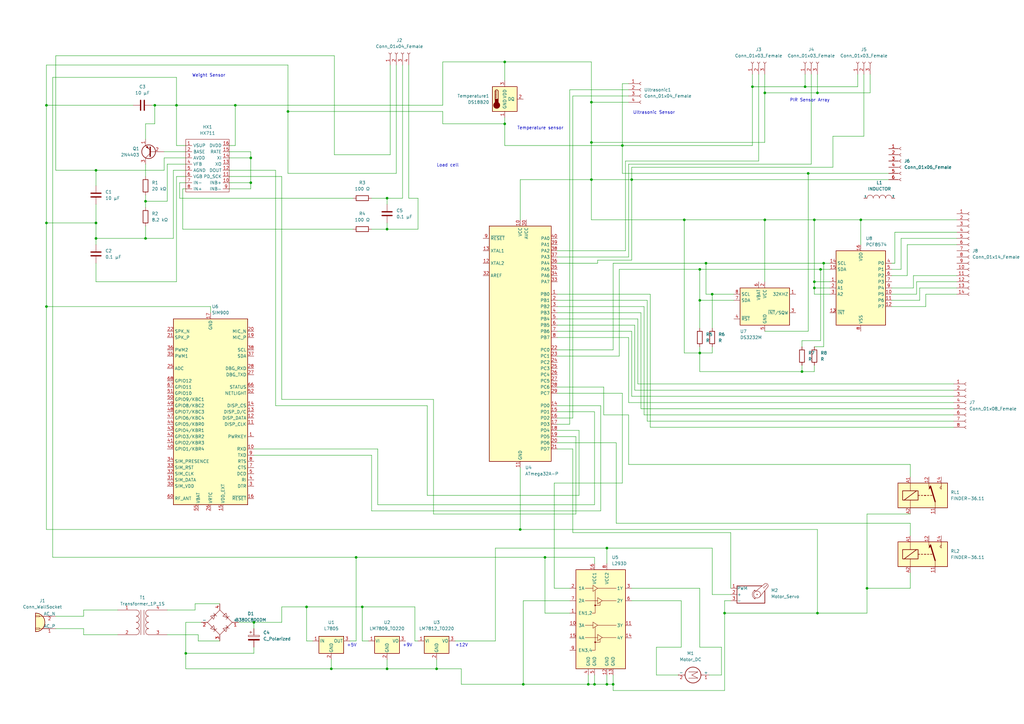
<source format=kicad_sch>
(kicad_sch (version 20211123) (generator eeschema)
  (paper "A3")
  (junction (at 59.69 82.55))
  (junction (at 248.92 224.79))
  (junction (at 102.87 64.77))
  (junction (at 308.61 35.56))
  (junction (at 287.02 110.49))
  (junction (at 248.92 280.67))
  (junction (at 313.69 38.1))
  (junction (at 19.05 125.73))
  (junction (at 96.52 43.18))
  (junction (at 146.05 228.6))
  (junction (at 118.11 45.72))
  (junction (at 223.52 228.6))
  (junction (at 334.01 118.11))
  (junction (at 287.02 123.19))
  (junction (at 39.37 69.85))
  (junction (at 336.55 110.49))
  (junction (at 135.89 274.32))
  (junction (at 125.73 248.92))
  (junction (at 242.57 58.42))
  (junction (at 241.3 280.67))
  (junction (at 158.75 274.32))
  (junction (at 292.1 120.65))
  (junction (at 104.14 255.27))
  (junction (at 334.01 90.17))
  (junction (at 242.57 73.66))
  (junction (at 289.56 107.95))
  (junction (at 259.08 73.66))
  (junction (at 355.6 241.3))
  (junction (at 287.02 144.78))
  (junction (at 330.2 35.56))
  (junction (at 255.27 59.69))
  (junction (at 337.82 107.95))
  (junction (at 19.05 43.18))
  (junction (at 179.07 274.32))
  (junction (at 76.2 267.97))
  (junction (at 328.93 152.4))
  (junction (at 313.69 90.17))
  (junction (at 72.39 43.18))
  (junction (at 102.87 74.93))
  (junction (at 214.63 280.67))
  (junction (at 251.46 280.67))
  (junction (at 335.28 38.1))
  (junction (at 213.36 217.17))
  (junction (at 280.67 90.17))
  (junction (at 158.75 81.28))
  (junction (at 242.57 41.91))
  (junction (at 59.69 97.79))
  (junction (at 19.05 91.44))
  (junction (at 297.18 251.46))
  (junction (at 207.01 25.4))
  (junction (at 39.37 91.44))
  (junction (at 39.37 97.79))
  (junction (at 207.01 50.8))
  (junction (at 158.75 93.98))
  (junction (at 148.59 248.92))
  (junction (at 243.84 280.67))
  (junction (at 63.5 43.18))
  (junction (at 335.28 251.46))
  (junction (at 331.47 71.12))
  (junction (at 334.01 115.57))
  (junction (at 353.06 90.17))
  (wire (pts (xy 62.23 43.18) (xy 63.5 43.18)))
  (wire (pts (xy 34.29 252.73) (xy 22.86 252.73)))
  (wire (pts (xy 96.52 59.69) (xy 96.52 43.18)))
  (wire (pts (xy 234.95 218.44) (xy 234.95 184.15)))
  (wire (pts (xy 104.14 265.43) (xy 104.14 267.97)))
  (wire (pts (xy 175.26 203.2) (xy 237.49 203.2)))
  (wire (pts (xy 313.69 38.1) (xy 313.69 58.42)))
  (wire (pts (xy 331.47 71.12) (xy 364.49 71.12)))
  (wire (pts (xy 236.22 210.82) (xy 177.8 210.82)))
  (wire (pts (xy 335.28 38.1) (xy 335.28 30.48)))
  (wire (pts (xy 246.38 209.55) (xy 246.38 166.37)))
  (wire (pts (xy 237.49 176.53) (xy 228.6 176.53)))
  (wire (pts (xy 181.61 50.8) (xy 207.01 50.8)))
  (wire (pts (xy 259.08 68.58) (xy 259.08 73.66)))
  (wire (pts (xy 248.92 280.67) (xy 251.46 280.67)))
  (wire (pts (xy 334.01 142.24) (xy 337.82 142.24)))
  (wire (pts (xy 261.62 157.48) (xy 261.62 130.81)))
  (wire (pts (xy 373.38 195.58) (xy 373.38 190.5)))
  (wire (pts (xy 19.05 91.44) (xy 39.37 91.44)))
  (wire (pts (xy 102.87 74.93) (xy 102.87 77.47)))
  (wire (pts (xy 158.75 81.28) (xy 158.75 83.82)))
  (wire (pts (xy 181.61 45.72) (xy 181.61 50.8)))
  (wire (pts (xy 146.05 228.6) (xy 223.52 228.6)))
  (wire (pts (xy 207.01 48.26) (xy 207.01 50.8)))
  (wire (pts (xy 269.24 265.43) (xy 279.4 265.43)))
  (wire (pts (xy 189.23 274.32) (xy 179.07 274.32)))
  (wire (pts (xy 279.4 265.43) (xy 279.4 246.38)))
  (wire (pts (xy 115.57 72.39) (xy 115.57 163.83)))
  (wire (pts (xy 104.14 186.69) (xy 152.4 186.69)))
  (wire (pts (xy 375.92 115.57) (xy 392.43 115.57)))
  (wire (pts (xy 207.01 25.4) (xy 207.01 33.02)))
  (wire (pts (xy 179.07 270.51) (xy 179.07 274.32)))
  (wire (pts (xy 257.81 170.18) (xy 247.65 170.18)))
  (wire (pts (xy 19.05 26.67) (xy 19.05 43.18)))
  (wire (pts (xy 245.11 106.68) (xy 245.11 107.95)))
  (wire (pts (xy 228.6 161.29) (xy 255.27 161.29)))
  (wire (pts (xy 125.73 248.92) (xy 148.59 248.92)))
  (wire (pts (xy 228.6 102.87) (xy 256.54 102.87)))
  (wire (pts (xy 299.72 218.44) (xy 234.95 218.44)))
  (wire (pts (xy 334.01 118.11) (xy 340.36 118.11)))
  (wire (pts (xy 313.69 38.1) (xy 335.28 38.1)))
  (wire (pts (xy 146.05 228.6) (xy 21.59 228.6)))
  (wire (pts (xy 392.43 97.79) (xy 369.57 97.79)))
  (wire (pts (xy 80.01 250.19) (xy 80.01 247.65)))
  (wire (pts (xy 148.59 262.89) (xy 148.59 248.92)))
  (wire (pts (xy 93.98 59.69) (xy 96.52 59.69)))
  (wire (pts (xy 59.69 82.55) (xy 59.69 85.09)))
  (wire (pts (xy 143.51 262.89) (xy 146.05 262.89)))
  (wire (pts (xy 328.93 152.4) (xy 328.93 149.86)))
  (wire (pts (xy 73.66 81.28) (xy 73.66 74.93)))
  (wire (pts (xy 335.28 38.1) (xy 356.87 38.1)))
  (wire (pts (xy 207.01 50.8) (xy 207.01 59.69)))
  (wire (pts (xy 374.65 118.11) (xy 374.65 113.03)))
  (wire (pts (xy 340.36 115.57) (xy 334.01 115.57)))
  (wire (pts (xy 375.92 120.65) (xy 375.92 115.57)))
  (wire (pts (xy 39.37 69.85) (xy 39.37 76.2)))
  (wire (pts (xy 175.26 166.37) (xy 175.26 203.2)))
  (wire (pts (xy 170.18 248.92) (xy 170.18 262.89)))
  (wire (pts (xy 245.11 107.95) (xy 228.6 107.95)))
  (wire (pts (xy 233.68 173.99) (xy 228.6 173.99)))
  (wire (pts (xy 254 146.05) (xy 254 110.49)))
  (wire (pts (xy 72.39 43.18) (xy 96.52 43.18)))
  (wire (pts (xy 367.03 107.95) (xy 367.03 95.25)))
  (wire (pts (xy 236.22 179.07) (xy 236.22 210.82)))
  (wire (pts (xy 72.39 59.69) (xy 72.39 43.18)))
  (wire (pts (xy 207.01 25.4) (xy 181.61 25.4)))
  (wire (pts (xy 287.02 241.3) (xy 287.02 265.43)))
  (wire (pts (xy 19.05 125.73) (xy 86.36 125.73)))
  (wire (pts (xy 260.35 133.35) (xy 260.35 160.02)))
  (wire (pts (xy 353.06 90.17) (xy 334.01 90.17)))
  (wire (pts (xy 203.2 224.79) (xy 203.2 262.89)))
  (wire (pts (xy 227.33 241.3) (xy 227.33 198.12)))
  (wire (pts (xy 287.02 144.78) (xy 280.67 144.78)))
  (wire (pts (xy 255.27 71.12) (xy 255.27 59.69)))
  (wire (pts (xy 373.38 190.5) (xy 257.81 190.5)))
  (wire (pts (xy 162.56 71.12) (xy 118.11 71.12)))
  (wire (pts (xy 334.01 90.17) (xy 313.69 90.17)))
  (wire (pts (xy 19.05 43.18) (xy 54.61 43.18)))
  (wire (pts (xy 299.72 246.38) (xy 297.18 246.38)))
  (wire (pts (xy 331.47 71.12) (xy 255.27 71.12)))
  (wire (pts (xy 297.18 246.38) (xy 297.18 251.46)))
  (wire (pts (xy 68.58 82.55) (xy 59.69 82.55)))
  (wire (pts (xy 76.2 67.31) (xy 68.58 67.31)))
  (wire (pts (xy 162.56 26.67) (xy 162.56 71.12)))
  (wire (pts (xy 228.6 120.65) (xy 266.7 120.65)))
  (wire (pts (xy 242.57 41.91) (xy 257.81 41.91)))
  (wire (pts (xy 137.16 63.5) (xy 160.02 63.5)))
  (wire (pts (xy 22.86 69.85) (xy 39.37 69.85)))
  (wire (pts (xy 337.82 142.24) (xy 337.82 107.95)))
  (wire (pts (xy 328.93 139.7) (xy 336.55 139.7)))
  (wire (pts (xy 248.92 276.86) (xy 248.92 280.67)))
  (wire (pts (xy 154.94 207.01) (xy 243.84 207.01)))
  (wire (pts (xy 365.76 125.73) (xy 379.73 125.73)))
  (wire (pts (xy 351.79 30.48) (xy 351.79 35.56)))
  (wire (pts (xy 259.08 73.66) (xy 242.57 73.66)))
  (wire (pts (xy 369.57 110.49) (xy 365.76 110.49)))
  (wire (pts (xy 68.58 67.31) (xy 68.58 82.55)))
  (wire (pts (xy 269.24 276.86) (xy 269.24 265.43)))
  (wire (pts (xy 392.43 90.17) (xy 353.06 90.17)))
  (wire (pts (xy 39.37 91.44) (xy 39.37 97.79)))
  (wire (pts (xy 234.95 39.37) (xy 257.81 39.37)))
  (wire (pts (xy 257.81 165.1) (xy 391.16 165.1)))
  (wire (pts (xy 255.27 34.29) (xy 257.81 34.29)))
  (wire (pts (xy 189.23 280.67) (xy 189.23 274.32)))
  (wire (pts (xy 354.33 55.88) (xy 341.63 55.88)))
  (wire (pts (xy 177.8 163.83) (xy 115.57 163.83)))
  (wire (pts (xy 93.98 74.93) (xy 102.87 74.93)))
  (wire (pts (xy 137.16 22.86) (xy 137.16 63.5)))
  (wire (pts (xy 243.84 280.67) (xy 248.92 280.67)))
  (wire (pts (xy 74.93 93.98) (xy 144.78 93.98)))
  (wire (pts (xy 259.08 135.89) (xy 228.6 135.89)))
  (wire (pts (xy 373.38 214.63) (xy 373.38 219.71)))
  (wire (pts (xy 379.73 120.65) (xy 392.43 120.65)))
  (wire (pts (xy 248.92 231.14) (xy 248.92 224.79)))
  (wire (pts (xy 81.28 260.35) (xy 81.28 262.89)))
  (wire (pts (xy 63.5 43.18) (xy 72.39 43.18)))
  (wire (pts (xy 391.16 162.56) (xy 259.08 162.56)))
  (wire (pts (xy 260.35 160.02) (xy 391.16 160.02)))
  (wire (pts (xy 228.6 133.35) (xy 260.35 133.35)))
  (wire (pts (xy 377.19 118.11) (xy 392.43 118.11)))
  (wire (pts (xy 300.99 123.19) (xy 287.02 123.19)))
  (wire (pts (xy 228.6 105.41) (xy 257.81 105.41)))
  (wire (pts (xy 118.11 26.67) (xy 19.05 26.67)))
  (wire (pts (xy 118.11 45.72) (xy 118.11 26.67)))
  (wire (pts (xy 76.2 69.85) (xy 71.12 69.85)))
  (wire (pts (xy 257.81 105.41) (xy 257.81 67.31)))
  (wire (pts (xy 261.62 130.81) (xy 228.6 130.81)))
  (wire (pts (xy 289.56 120.65) (xy 292.1 120.65)))
  (wire (pts (xy 151.13 262.89) (xy 148.59 262.89)))
  (wire (pts (xy 118.11 45.72) (xy 181.61 45.72)))
  (wire (pts (xy 328.93 142.24) (xy 328.93 139.7)))
  (wire (pts (xy 289.56 107.95) (xy 251.46 107.95)))
  (wire (pts (xy 374.65 113.03) (xy 392.43 113.03)))
  (wire (pts (xy 233.68 251.46) (xy 223.52 251.46)))
  (wire (pts (xy 289.56 120.65) (xy 289.56 107.95)))
  (wire (pts (xy 93.98 72.39) (xy 115.57 72.39)))
  (wire (pts (xy 243.84 276.86) (xy 243.84 280.67)))
  (wire (pts (xy 128.27 262.89) (xy 125.73 262.89)))
  (wire (pts (xy 266.7 175.26) (xy 391.16 175.26)))
  (wire (pts (xy 243.84 207.01) (xy 243.84 168.91)))
  (wire (pts (xy 334.01 152.4) (xy 328.93 152.4)))
  (wire (pts (xy 167.64 81.28) (xy 171.45 81.28)))
  (wire (pts (xy 377.19 123.19) (xy 365.76 123.19)))
  (wire (pts (xy 369.57 97.79) (xy 369.57 110.49)))
  (wire (pts (xy 353.06 90.17) (xy 353.06 100.33)))
  (wire (pts (xy 170.18 262.89) (xy 171.45 262.89)))
  (wire (pts (xy 259.08 73.66) (xy 364.49 73.66)))
  (wire (pts (xy 158.75 274.32) (xy 135.89 274.32)))
  (wire (pts (xy 93.98 64.77) (xy 102.87 64.77)))
  (wire (pts (xy 214.63 246.38) (xy 214.63 280.67)))
  (wire (pts (xy 113.03 69.85) (xy 113.03 166.37)))
  (wire (pts (xy 71.12 97.79) (xy 59.69 97.79)))
  (wire (pts (xy 341.63 55.88) (xy 341.63 68.58)))
  (wire (pts (xy 335.28 251.46) (xy 297.18 251.46)))
  (wire (pts (xy 179.07 274.32) (xy 158.75 274.32)))
  (wire (pts (xy 213.36 73.66) (xy 242.57 73.66)))
  (wire (pts (xy 152.4 209.55) (xy 246.38 209.55)))
  (wire (pts (xy 257.81 190.5) (xy 257.81 170.18)))
  (wire (pts (xy 104.14 255.27) (xy 115.57 255.27)))
  (wire (pts (xy 146.05 262.89) (xy 146.05 228.6)))
  (wire (pts (xy 228.6 146.05) (xy 254 146.05)))
  (wire (pts (xy 148.59 248.92) (xy 170.18 248.92)))
  (wire (pts (xy 135.89 270.51) (xy 135.89 274.32)))
  (wire (pts (xy 264.16 125.73) (xy 264.16 170.18)))
  (wire (pts (xy 59.69 92.71) (xy 59.69 97.79)))
  (wire (pts (xy 259.08 241.3) (xy 287.02 241.3)))
  (wire (pts (xy 259.08 246.38) (xy 279.4 246.38)))
  (wire (pts (xy 335.28 251.46) (xy 335.28 217.17)))
  (wire (pts (xy 257.81 67.31) (xy 332.74 67.31)))
  (wire (pts (xy 251.46 276.86) (xy 251.46 280.67)))
  (wire (pts (xy 39.37 115.57) (xy 72.39 115.57)))
  (wire (pts (xy 355.6 241.3) (xy 355.6 251.46)))
  (wire (pts (xy 63.5 50.8) (xy 63.5 43.18)))
  (wire (pts (xy 365.76 107.95) (xy 367.03 107.95)))
  (wire (pts (xy 214.63 280.67) (xy 189.23 280.67)))
  (wire (pts (xy 227.33 198.12) (xy 255.27 198.12)))
  (wire (pts (xy 308.61 35.56) (xy 308.61 30.48)))
  (wire (pts (xy 39.37 83.82) (xy 39.37 91.44)))
  (wire (pts (xy 313.69 58.42) (xy 242.57 58.42)))
  (wire (pts (xy 171.45 81.28) (xy 171.45 93.98)))
  (wire (pts (xy 265.43 172.72) (xy 265.43 123.19)))
  (wire (pts (xy 373.38 210.82) (xy 355.6 210.82)))
  (wire (pts (xy 68.58 260.35) (xy 81.28 260.35)))
  (wire (pts (xy 19.05 43.18) (xy 19.05 91.44)))
  (wire (pts (xy 334.01 115.57) (xy 334.01 118.11)))
  (wire (pts (xy 223.52 228.6) (xy 243.84 228.6)))
  (wire (pts (xy 373.38 241.3) (xy 373.38 234.95)))
  (wire (pts (xy 292.1 142.24) (xy 292.1 144.78)))
  (wire (pts (xy 167.64 26.67) (xy 167.64 81.28)))
  (wire (pts (xy 365.76 120.65) (xy 375.92 120.65)))
  (wire (pts (xy 269.24 276.86) (xy 278.13 276.86)))
  (wire (pts (xy 104.14 184.15) (xy 154.94 184.15)))
  (wire (pts (xy 115.57 248.92) (xy 125.73 248.92)))
  (wire (pts (xy 228.6 179.07) (xy 236.22 179.07)))
  (wire (pts (xy 252.73 181.61) (xy 228.6 181.61)))
  (wire (pts (xy 213.36 90.17) (xy 213.36 73.66)))
  (wire (pts (xy 72.39 31.75) (xy 72.39 43.18)))
  (wire (pts (xy 336.55 110.49) (xy 340.36 110.49)))
  (wire (pts (xy 76.2 267.97) (xy 76.2 274.32)))
  (wire (pts (xy 334.01 120.65) (xy 340.36 120.65)))
  (wire (pts (xy 97.79 255.27) (xy 104.14 255.27)))
  (wire (pts (xy 228.6 171.45) (xy 234.95 171.45)))
  (wire (pts (xy 158.75 91.44) (xy 158.75 93.98)))
  (wire (pts (xy 228.6 138.43) (xy 257.81 138.43)))
  (wire (pts (xy 266.7 120.65) (xy 266.7 175.26)))
  (wire (pts (xy 76.2 267.97) (xy 104.14 267.97)))
  (wire (pts (xy 292.1 134.62) (xy 292.1 120.65)))
  (wire (pts (xy 365.76 113.03) (xy 372.11 113.03)))
  (wire (pts (xy 264.16 170.18) (xy 391.16 170.18)))
  (wire (pts (xy 102.87 62.23) (xy 102.87 64.77)))
  (wire (pts (xy 241.3 280.67) (xy 214.63 280.67)))
  (wire (pts (xy 81.28 262.89) (xy 90.17 262.89)))
  (wire (pts (xy 59.69 80.01) (xy 59.69 82.55)))
  (wire (pts (xy 152.4 81.28) (xy 158.75 81.28)))
  (wire (pts (xy 233.68 246.38) (xy 214.63 246.38)))
  (wire (pts (xy 313.69 30.48) (xy 313.69 38.1)))
  (wire (pts (xy 287.02 265.43) (xy 295.91 265.43)))
  (wire (pts (xy 334.01 149.86) (xy 334.01 152.4)))
  (wire (pts (xy 265.43 123.19) (xy 228.6 123.19)))
  (wire (pts (xy 335.28 217.17) (xy 213.36 217.17)))
  (wire (pts (xy 287.02 152.4) (xy 328.93 152.4)))
  (wire (pts (xy 22.86 257.81) (xy 34.29 257.81)))
  (wire (pts (xy 39.37 97.79) (xy 59.69 97.79)))
  (wire (pts (xy 254 110.49) (xy 287.02 110.49)))
  (wire (pts (xy 73.66 74.93) (xy 76.2 74.93)))
  (wire (pts (xy 372.11 113.03) (xy 372.11 100.33)))
  (wire (pts (xy 242.57 73.66) (xy 242.57 90.17)))
  (wire (pts (xy 118.11 71.12) (xy 118.11 45.72)))
  (wire (pts (xy 295.91 265.43) (xy 295.91 276.86)))
  (wire (pts (xy 299.72 243.84) (xy 292.1 243.84)))
  (wire (pts (xy 334.01 118.11) (xy 334.01 120.65)))
  (wire (pts (xy 21.59 31.75) (xy 72.39 31.75)))
  (wire (pts (xy 59.69 67.31) (xy 59.69 72.39)))
  (wire (pts (xy 181.61 25.4) (xy 181.61 43.18)))
  (wire (pts (xy 355.6 241.3) (xy 373.38 241.3)))
  (wire (pts (xy 76.2 267.97) (xy 76.2 255.27)))
  (wire (pts (xy 158.75 93.98) (xy 171.45 93.98)))
  (wire (pts (xy 391.16 167.64) (xy 262.89 167.64)))
  (wire (pts (xy 113.03 166.37) (xy 175.26 166.37)))
  (wire (pts (xy 330.2 35.56) (xy 330.2 30.48)))
  (wire (pts (xy 351.79 35.56) (xy 330.2 35.56)))
  (wire (pts (xy 160.02 63.5) (xy 160.02 26.67)))
  (wire (pts (xy 207.01 25.4) (xy 242.57 25.4)))
  (wire (pts (xy 330.2 35.56) (xy 308.61 35.56)))
  (wire (pts (xy 76.2 255.27) (xy 82.55 255.27)))
  (wire (pts (xy 252.73 214.63) (xy 373.38 214.63)))
  (wire (pts (xy 34.29 250.19) (xy 34.29 252.73)))
  (wire (pts (xy 39.37 97.79) (xy 39.37 100.33)))
  (wire (pts (xy 34.29 260.35) (xy 48.26 260.35)))
  (wire (pts (xy 331.47 135.89) (xy 331.47 71.12)))
  (wire (pts (xy 152.4 93.98) (xy 158.75 93.98)))
  (wire (pts (xy 137.16 22.86) (xy 22.86 22.86)))
  (wire (pts (xy 67.31 64.77) (xy 67.31 69.85)))
  (wire (pts (xy 21.59 228.6) (xy 21.59 31.75)))
  (wire (pts (xy 257.81 138.43) (xy 257.81 165.1)))
  (wire (pts (xy 259.08 73.66) (xy 259.08 106.68)))
  (wire (pts (xy 158.75 81.28) (xy 165.1 81.28)))
  (wire (pts (xy 72.39 72.39) (xy 76.2 72.39)))
  (wire (pts (xy 287.02 123.19) (xy 287.02 134.62)))
  (wire (pts (xy 292.1 120.65) (xy 300.99 120.65)))
  (wire (pts (xy 259.08 68.58) (xy 341.63 68.58)))
  (wire (pts (xy 39.37 107.95) (xy 39.37 115.57)))
  (wire (pts (xy 262.89 128.27) (xy 228.6 128.27)))
  (wire (pts (xy 355.6 251.46) (xy 335.28 251.46)))
  (wire (pts (xy 256.54 66.04) (xy 256.54 102.87)))
  (wire (pts (xy 259.08 106.68) (xy 245.11 106.68)))
  (wire (pts (xy 181.61 43.18) (xy 96.52 43.18)))
  (wire (pts (xy 377.19 118.11) (xy 377.19 123.19)))
  (wire (pts (xy 265.43 172.72) (xy 391.16 172.72)))
  (wire (pts (xy 72.39 115.57) (xy 72.39 72.39)))
  (wire (pts (xy 213.36 191.77) (xy 213.36 217.17)))
  (wire (pts (xy 19.05 125.73) (xy 19.05 217.17)))
  (wire (pts (xy 152.4 186.69) (xy 152.4 209.55)))
  (wire (pts (xy 102.87 64.77) (xy 102.87 74.93)))
  (wire (pts (xy 233.68 241.3) (xy 227.33 241.3)))
  (wire (pts (xy 308.61 59.69) (xy 255.27 59.69)))
  (wire (pts (xy 237.49 203.2) (xy 237.49 176.53)))
  (wire (pts (xy 86.36 125.73) (xy 86.36 128.27)))
  (wire (pts (xy 234.95 184.15) (xy 228.6 184.15)))
  (wire (pts (xy 203.2 262.89) (xy 186.69 262.89)))
  (wire (pts (xy 233.68 36.83) (xy 233.68 173.99)))
  (wire (pts (xy 367.03 95.25) (xy 392.43 95.25)))
  (wire (pts (xy 115.57 255.27) (xy 115.57 248.92)))
  (wire (pts (xy 203.2 224.79) (xy 248.92 224.79)))
  (wire (pts (xy 73.66 81.28) (xy 144.78 81.28)))
  (wire (pts (xy 93.98 62.23) (xy 102.87 62.23)))
  (wire (pts (xy 243.84 168.91) (xy 228.6 168.91)))
  (wire (pts (xy 59.69 50.8) (xy 63.5 50.8)))
  (wire (pts (xy 242.57 58.42) (xy 242.57 73.66)))
  (wire (pts (xy 287.02 144.78) (xy 287.02 142.24)))
  (wire (pts (xy 80.01 247.65) (xy 90.17 247.65)))
  (wire (pts (xy 19.05 125.73) (xy 19.05 91.44)))
  (wire (pts (xy 311.15 66.04) (xy 256.54 66.04)))
  (wire (pts (xy 74.93 93.98) (xy 74.93 77.47)))
  (wire (pts (xy 251.46 107.95) (xy 251.46 143.51)))
  (wire (pts (xy 292.1 224.79) (xy 248.92 224.79)))
  (wire (pts (xy 247.65 158.75) (xy 228.6 158.75)))
  (wire (pts (xy 280.67 144.78) (xy 280.67 90.17)))
  (wire (pts (xy 280.67 90.17) (xy 242.57 90.17)))
  (wire (pts (xy 213.36 217.17) (xy 19.05 217.17)))
  (wire (pts (xy 311.15 30.48) (xy 311.15 66.04)))
  (wire (pts (xy 67.31 62.23) (xy 76.2 62.23)))
  (wire (pts (xy 125.73 248.92) (xy 125.73 262.89)))
  (wire (pts (xy 59.69 57.15) (xy 59.69 50.8)))
  (wire (pts (xy 372.11 100.33) (xy 392.43 100.33)))
  (wire (pts (xy 228.6 125.73) (xy 264.16 125.73)))
  (wire (pts (xy 391.16 157.48) (xy 261.62 157.48)))
  (wire (pts (xy 48.26 250.19) (xy 34.29 250.19)))
  (wire (pts (xy 255.27 198.12) (xy 255.27 161.29)))
  (wire (pts (xy 242.57 25.4) (xy 242.57 41.91)))
  (wire (pts (xy 379.73 125.73) (xy 379.73 120.65)))
  (wire (pts (xy 242.57 58.42) (xy 242.57 41.91)))
  (wire (pts (xy 76.2 64.77) (xy 67.31 64.77)))
  (wire (pts (xy 68.58 250.19) (xy 80.01 250.19)))
  (wire (pts (xy 297.18 251.46) (xy 297.18 283.21)))
  (wire (pts (xy 292.1 144.78) (xy 287.02 144.78)))
  (wire (pts (xy 299.72 241.3) (xy 299.72 218.44)))
  (wire (pts (xy 246.38 166.37) (xy 228.6 166.37)))
  (wire (pts (xy 354.33 30.48) (xy 354.33 55.88)))
  (wire (pts (xy 336.55 139.7) (xy 336.55 110.49)))
  (wire (pts (xy 334.01 90.17) (xy 334.01 115.57)))
  (wire (pts (xy 234.95 171.45) (xy 234.95 39.37)))
  (wire (pts (xy 177.8 210.82) (xy 177.8 163.83)))
  (wire (pts (xy 251.46 283.21) (xy 251.46 280.67)))
  (wire (pts (xy 104.14 255.27) (xy 104.14 257.81)))
  (wire (pts (xy 243.84 280.67) (xy 241.3 280.67)))
  (wire (pts (xy 292.1 224.79) (xy 292.1 243.84)))
  (wire (pts (xy 241.3 280.67) (xy 241.3 276.86)))
  (wire (pts (xy 135.89 274.32) (xy 76.2 274.32)))
  (wire (pts (xy 313.69 135.89) (xy 331.47 135.89)))
  (wire (pts (xy 74.93 77.47) (xy 76.2 77.47)))
  (wire (pts (xy 154.94 184.15) (xy 154.94 207.01)))
  (wire (pts (xy 22.86 22.86) (xy 22.86 69.85)))
  (wire (pts (xy 76.2 59.69) (xy 72.39 59.69)))
  (wire (pts (xy 207.01 59.69) (xy 255.27 59.69)))
  (wire (pts (xy 297.18 283.21) (xy 251.46 283.21)))
  (wire (pts (xy 340.36 107.95) (xy 337.82 107.95)))
  (wire (pts (xy 71.12 69.85) (xy 71.12 97.79)))
  (wire (pts (xy 252.73 181.61) (xy 252.73 214.63)))
  (wire (pts (xy 165.1 26.67) (xy 165.1 81.28)))
  (wire (pts (xy 34.29 257.81) (xy 34.29 260.35)))
  (wire (pts (xy 337.82 107.95) (xy 289.56 107.95)))
  (wire (pts (xy 356.87 38.1) (xy 356.87 30.48)))
  (wire (pts (xy 251.46 143.51) (xy 228.6 143.51)))
  (wire (pts (xy 259.08 162.56) (xy 259.08 135.89)))
  (wire (pts (xy 287.02 123.19) (xy 287.02 110.49)))
  (wire (pts (xy 67.31 69.85) (xy 39.37 69.85)))
  (wire (pts (xy 313.69 90.17) (xy 280.67 90.17)))
  (wire (pts (xy 355.6 210.82) (xy 355.6 241.3)))
  (wire (pts (xy 295.91 276.86) (xy 290.83 276.86)))
  (wire (pts (xy 287.02 152.4) (xy 287.02 144.78)))
  (wire (pts (xy 365.76 118.11) (xy 374.65 118.11)))
  (wire (pts (xy 93.98 69.85) (xy 113.03 69.85)))
  (wire (pts (xy 287.02 110.49) (xy 336.55 110.49)))
  (wire (pts (xy 313.69 90.17) (xy 313.69 115.57)))
  (wire (pts (xy 262.89 167.64) (xy 262.89 128.27)))
  (wire (pts (xy 223.52 228.6) (xy 223.52 251.46)))
  (wire (pts (xy 257.81 36.83) (xy 233.68 36.83)))
  (wire (pts (xy 308.61 35.56) (xy 308.61 59.69)))
  (wire (pts (xy 93.98 77.47) (xy 102.87 77.47)))
  (wire (pts (xy 243.84 228.6) (xy 243.84 231.14)))
  (wire (pts (xy 158.75 270.51) (xy 158.75 274.32)))
  (wire (pts (xy 255.27 34.29) (xy 255.27 59.69)))
  (wire (pts (xy 247.65 170.18) (xy 247.65 158.75)))
  (wire (pts (xy 332.74 67.31) (xy 332.74 30.48)))
  (text "+5V" (at 142.24 265.43 0) (effects (font (size 1.27 1.27)) (justify left bottom)))
  (text "+12V" (at 186.69 265.43 0) (effects (font (size 1.27 1.27)) (justify left bottom)))
  (text "Load cell" (at 179.07 68.58 0) (effects (font (size 1.27 1.27)) (justify left bottom)))
  (text "Temperature sensor" (at 212.09 53.34 0) (effects (font (size 1.27 1.27)) (justify left bottom)))
  (text "Weight Sensor" (at 78.74 31.75 0) (effects (font (size 1.27 1.27)) (justify left bottom)))
  (text "Ultrasonic Sensor" (at 276.86 46.99 180) (effects (font (size 1.27 1.27)) (justify right bottom)))
  (text "PIR Sensor Array" (at 340.36 41.91 180) (effects (font (size 1.27 1.27)) (justify right bottom)))
  (text "+9V" (at 165.1 265.43 0) (effects (font (size 1.27 1.27)) (justify left bottom)))
  (symbol (lib_id "Timer_RTC:DS3232M") (at 313.69 125.73 0) (unit 1)
    (property "Reference" "U7" (at 303.53 135.89 0) (effects (justify left)))
    (property "Value" "DS3232M" (at 303.53 138.43 0) (effects (justify left)))
    (property "Footprint" "Package_SO:SOIC-8_3.9x4.9mm_P1.27mm" (effects hide))
    (property "Datasheet" "http://datasheets.maximintegrated.com/en/ds/DS3232M.pdf" (effects hide))
  )
  (symbol (lib_id "Relay:FINDER-36.11") (at 378.46 203.2 0) (unit 1)
    (property "Reference" "RL1" (at 389.89 201.9299 0) (effects (justify left)))
    (property "Value" "FINDER-36.11" (at 389.89 204.4699 0) (effects (justify left)))
    (property "Footprint" "Relay_THT:Relay_SPDT_Finder_36.11" (effects hide))
    (property "Datasheet" "https://gfinder.findernet.com/public/attachments/36/EN/S36EN.pdf" (effects hide))
  )
  (symbol (lib_id "Connector:Conn_01x03_Female") (at 332.74 25.4 90) (unit 1)
    (property "Reference" "J4" (at 332.74 20.32 90))
    (property "Value" "Conn_01x03_Female" (at 332.74 22.86 90))
  )
  (symbol (lib_id "pspice:INDUCTOR") (at 360.68 81.28 0) (unit 1)
    (property "Reference" "L1" (at 360.68 74.93 0))
    (property "Value" "INDUCTOR" (at 360.68 77.47 0))
  )
  (symbol (lib_id "Device:R") (at 328.93 146.05 0) (unit 1)
    (property "Reference" "R7" (at 331.47 144.7799 0) (effects (justify left)))
    (property "Value" "R" (at 331.47 147.3199 0) (effects (justify left)))
    (property "Footprint" "Resistor_THT:R_Axial_DIN0411_L9.9mm_D3.6mm_P20.32mm_Horizontal" (effects hide))
  )
  (symbol (lib_id "Connector:Conn_01x04_Female") (at 262.89 36.83 0) (unit 1)
    (property "Reference" "Ultrasonic1" (at 264.16 36.8299 0) (effects (justify left)))
    (property "Value" "Conn_01x04_Female" (at 264.16 39.3699 0) (effects (justify left)))
    (property "Footprint" "Connector_PinHeader_2.00mm:PinHeader_1x04_P2.00mm_Vertical" (effects hide))
  )
  (symbol (lib_id "Device:R") (at 148.59 81.28 90) (unit 1)
    (property "Reference" "R3" (at 148.59 74.93 90))
    (property "Value" "100 Ω" (at 148.59 77.47 90))
    (property "Footprint" "Resistor_THT:R_Axial_DIN0204_L3.6mm_D1.6mm_P5.08mm_Vertical" (effects hide))
  )
  (symbol (lib_id "Sensor_Temperature:DS18B20") (at 207.01 40.64 0) (unit 1)
    (property "Reference" "Temperature1" (at 200.66 39.3699 0) (effects (justify right)))
    (property "Value" "DS18B20" (at 200.66 41.9099 0) (effects (justify right)))
    (property "Footprint" "Package_TO_SOT_THT:TO-92_Inline" (effects hide))
    (property "Datasheet" "http://datasheets.maximintegrated.com/en/ds/DS18B20.pdf" (effects hide))
  )
  (symbol (lib_id "Connector:Conn_WallSocket") (at 17.78 255.27 180) (unit 1)
    (property "Reference" "J1" (at 17.399 246.38 0))
    (property "Value" "Conn_WallSocket" (at 17.399 248.92 0))
  )
  (symbol (lib_id "Motor:Motor_DC") (at 285.75 276.86 270) (unit 1)
    (property "Reference" "M1" (at 283.21 267.97 90))
    (property "Value" "Motor_DC" (at 283.21 270.51 90))
    (property "Footprint" "TerminalBlock_Dinkle:TerminalBlock_Dinkle_DT-55-B01X-02_P10.00mm" (effects hide))
  )
  (symbol (lib_id "Interface_Expansion:PCF8574") (at 353.06 118.11 0) (unit 1)
    (property "Reference" "U8" (at 355.0794 97.79 0) (effects (justify left)))
    (property "Value" "PCF8574" (at 355.0794 100.33 0) (effects (justify left)))
    (property "Footprint" "Module:Pololu_Breakout-16_15.2x20.3mm" (effects hide))
    (property "Datasheet" "http://www.nxp.com/documents/data_sheet/PCF8574_PCF8574A.pdf" (effects hide))
  )
  (symbol (lib_id "Device:R") (at 287.02 138.43 0) (unit 1)
    (property "Reference" "R5" (at 289.56 137.1599 0) (effects (justify left)))
    (property "Value" "R" (at 289.56 139.6999 0) (effects (justify left)))
    (property "Footprint" "Resistor_THT:R_Axial_DIN0411_L9.9mm_D3.6mm_P20.32mm_Horizontal" (effects hide))
  )
  (symbol (lib_id "Connector:Conn_01x06_Female") (at 369.57 66.04 0) (unit 1)
    (property "Reference" "J6" (at 370.84 66.0399 0) (effects (justify left)))
    (property "Value" "Conn_01x06_Female" (at 370.84 68.5799 0) (effects (justify left)))
  )
  (symbol (lib_id "Device:C_Polarized") (at 104.14 261.62 0) (unit 1)
    (property "Reference" "C4" (at 107.95 259.4609 0) (effects (justify left)))
    (property "Value" "C_Polarized" (at 107.95 262.0009 0) (effects (justify left)))
  )
  (symbol (lib_id "Device:C") (at 39.37 80.01 0) (unit 1)
    (property "Reference" "C1" (at 43.18 78.7399 0) (effects (justify left)))
    (property "Value" "10 μF" (at 43.18 81.2799 0) (effects (justify left)))
    (property "Footprint" "Capacitor_SMD:C_0201_0603Metric" (effects hide))
  )
  (symbol (lib_id "Connector:Conn_01x08_Female") (at 396.24 165.1 0) (unit 1)
    (property "Reference" "J7" (at 397.51 165.0999 0) (effects (justify left)))
    (property "Value" "Conn_01x08_Female" (at 397.51 167.6399 0) (effects (justify left)))
  )
  (symbol (lib_id "Motor:Motor_Servo") (at 307.34 243.84 0) (unit 1)
    (property "Reference" "M2" (at 316.23 242.1365 0) (effects (justify left)))
    (property "Value" "Motor_Servo" (at 316.23 244.6765 0) (effects (justify left)))
    (property "Datasheet" "http://forums.parallax.com/uploads/attachments/46831/74481.png" (effects hide))
  )
  (symbol (lib_id "Regulator_Linear:LM7812_TO220") (at 179.07 262.89 0) (unit 1)
    (property "Reference" "U3" (at 179.07 255.27 0))
    (property "Value" "LM7812_TO220" (at 179.07 257.81 0))
    (property "Footprint" "Package_TO_SOT_THT:TO-220-3_Vertical" (effects hide))
    (property "Datasheet" "https://www.onsemi.cn/PowerSolutions/document/MC7800-D.PDF" (effects hide))
  )
  (symbol (lib_id "Device:Transformer_1P_1S") (at 58.42 255.27 0) (unit 1)
    (property "Reference" "T1" (at 58.4327 245.11 0))
    (property "Value" "Transformer_1P_1S" (at 58.4327 247.65 0))
  )
  (symbol (lib_id "RF_GSM:SIM900") (at 86.36 168.91 180) (unit 1)
    (property "Reference" "U6" (at 86.8806 125.73 0) (effects (justify right)))
    (property "Value" "SIM900" (at 86.8806 128.27 0) (effects (justify right)))
    (property "Footprint" "RF_GSM:SIMCom_SIM900" (effects hide))
    (property "Datasheet" "http://simcom.ee/documents/SIM900/SIM900_Hardware%20Design_V2.05.pdf" (effects hide))
  )
  (symbol (lib_id "Regulator_Linear:L7805") (at 135.89 262.89 0) (unit 1)
    (property "Reference" "U1" (at 135.89 255.27 0))
    (property "Value" "L7805" (at 135.89 257.81 0))
    (property "Footprint" "Package_TO_SOT_THT:TO-220-3_Vertical" (effects hide))
    (property "Datasheet" "http://www.st.com/content/ccc/resource/technical/document/datasheet/41/4f/b3/b0/12/d4/47/88/CD00000444.pdf/files/CD00000444.pdf/jcr:content/translations/en.CD00000444.pdf" (effects hide))
  )
  (symbol (lib_id "Connector:Conn_01x03_Female") (at 354.33 25.4 90) (unit 1)
    (property "Reference" "J5" (at 354.33 20.32 90))
    (property "Value" "Conn_01x03_Female" (at 354.33 22.86 90))
  )
  (symbol (lib_id "Driver_Motor:L293D") (at 246.38 256.54 0) (unit 1)
    (property "Reference" "U5" (at 250.9394 228.6 0) (effects (justify left)))
    (property "Value" "L293D" (at 250.9394 231.14 0) (effects (justify left)))
    (property "Footprint" "Package_DIP:DIP-16_W7.62mm" (effects hide))
    (property "Datasheet" "http://www.ti.com/lit/ds/symlink/l293.pdf" (effects hide))
  )
  (symbol (lib_id "MCU_Microchip_ATmega:ATmega32A-P") (at 213.36 140.97 0) (unit 1)
    (property "Reference" "U4" (at 215.3794 191.77 0) (effects (justify left)))
    (property "Value" "ATmega32A-P" (at 215.3794 194.31 0) (effects (justify left)))
    (property "Footprint" "Package_DIP:DIP-40_W15.24mm" (effects hide))
    (property "Datasheet" "http://ww1.microchip.com/downloads/en/DeviceDoc/atmel-8155-8-bit-microcontroller-avr-atmega32a_datasheet.pdf" (effects hide))
  )
  (symbol (lib_id "Transistor_BJT:2N3905") (at 62.23 62.23 180) (unit 1)
    (property "Reference" "Q1" (at 57.15 60.9599 0) (effects (justify left)))
    (property "Value" "2N4403" (at 57.15 63.4999 0) (effects (justify left)))
    (property "Footprint" "Package_TO_SOT_THT:TO-92_Inline" (effects hide))
    (property "Datasheet" "https://www.nteinc.com/specs/original/2N3905_06.pdf" (effects hide))
  )
  (symbol (lib_id "Device:R") (at 148.59 93.98 90) (unit 1)
    (property "Reference" "R4" (at 148.59 87.63 90))
    (property "Value" "100 Ω" (at 148.59 90.17 90))
    (property "Footprint" "Resistor_THT:R_Axial_DIN0204_L3.6mm_D1.6mm_P5.08mm_Vertical" (effects hide))
  )
  (symbol (lib_id "HX711:HX711") (at 81.28 55.88 0) (unit 1)
    (property "Reference" "HX1" (at 85.09 52.07 0))
    (property "Value" "HX711" (at 85.09 54.61 0))
    (property "Footprint" "Package_SO:STC_SOP-16_3.9x9.9mm_P1.27mm" (effects hide))
    (property "Datasheet" "https://cdn.sparkfun.com/datasheets/Sensors/ForceFlex/hx711_english.pdf" (effects hide))
  )
  (symbol (lib_id "Connector:Conn_01x04_Female") (at 162.56 21.59 90) (unit 1)
    (property "Reference" "J2" (at 163.83 16.51 90))
    (property "Value" "Conn_01x04_Female" (at 163.83 19.05 90))
    (property "Footprint" "Connector:NS-Tech_Grove_1x04_P2mm_Vertical" (effects hide))
  )
  (symbol (lib_id "Relay:FINDER-36.11") (at 378.46 227.33 0) (unit 1)
    (property "Reference" "RL2" (at 389.89 226.0599 0) (effects (justify left)))
    (property "Value" "FINDER-36.11" (at 389.89 228.5999 0) (effects (justify left)))
    (property "Footprint" "Relay_THT:Relay_SPDT_Finder_36.11" (effects hide))
    (property "Datasheet" "https://gfinder.findernet.com/public/attachments/36/EN/S36EN.pdf" (effects hide))
  )
  (symbol (lib_id "Device:C") (at 58.42 43.18 270) (unit 1)
    (property "Reference" "C3" (at 58.42 35.56 90))
    (property "Value" "10 μF" (at 58.42 38.1 90))
    (property "Footprint" "Capacitor_SMD:C_0201_0603Metric" (effects hide))
  )
  (symbol (lib_id "Device:R") (at 334.01 146.05 0) (unit 1)
    (property "Reference" "R8" (at 336.55 144.7799 0) (effects (justify left)))
    (property "Value" "R" (at 336.55 147.3199 0) (effects (justify left)))
    (property "Footprint" "Resistor_THT:R_Axial_DIN0411_L9.9mm_D3.6mm_P20.32mm_Horizontal" (effects hide))
  )
  (symbol (lib_id "Connector:Conn_01x14_Female") (at 397.51 102.87 0) (unit 1)
    (property "Reference" "J8" (at 398.78 102.8699 0) (effects (justify left)))
    (property "Value" "Conn_01x14_Female" (at 398.78 105.4099 0) (effects (justify left)))
  )
  (symbol (lib_id "Device:R") (at 59.69 88.9 0) (unit 1)
    (property "Reference" "R2" (at 62.23 87.6299 0) (effects (justify left)))
    (property "Value" "8.2 kΩ" (at 62.23 90.1699 0) (effects (justify left)))
    (property "Footprint" "Resistor_THT:R_Axial_DIN0204_L3.6mm_D1.6mm_P5.08mm_Vertical" (effects hide))
  )
  (symbol (lib_id "Diode_Bridge:B380C800DM") (at 90.17 255.27 0) (unit 1)
    (property "Reference" "D1" (at 102.87 251.6886 0))
    (property "Value" "B380C800DM" (at 102.87 254.2286 0))
    (property "Footprint" "Diode_THT:Diode_Bridge_DIP-4_W7.62mm_P5.08mm" (effects hide))
    (property "Datasheet" "https://www.vishay.com/docs/88533/800dm.pdf" (effects hide))
  )
  (symbol (lib_id "Device:C") (at 158.75 87.63 0) (unit 1)
    (property "Reference" "C5" (at 162.56 86.3599 0) (effects (justify left)))
    (property "Value" "0.1 μF" (at 162.56 88.8999 0) (effects (justify left)))
    (property "Footprint" "Capacitor_SMD:C_0201_0603Metric" (effects hide))
  )
  (symbol (lib_id "Connector:Conn_01x03_Female") (at 311.15 25.4 90) (unit 1)
    (property "Reference" "J3" (at 311.15 20.32 90))
    (property "Value" "Conn_01x03_Female" (at 311.15 22.86 90))
  )
  (symbol (lib_id "Device:C") (at 39.37 104.14 0) (unit 1)
    (property "Reference" "C2" (at 43.18 102.8699 0) (effects (justify left)))
    (property "Value" "0.1 μF" (at 43.18 105.4099 0) (effects (justify left)))
    (property "Footprint" "Capacitor_SMD:C_0201_0603Metric" (effects hide))
  )
  (symbol (lib_id "Device:R") (at 292.1 138.43 0) (unit 1)
    (property "Reference" "R6" (at 294.64 137.1599 0) (effects (justify left)))
    (property "Value" "R" (at 294.64 139.6999 0) (effects (justify left)))
    (property "Footprint" "Resistor_THT:R_Axial_DIN0411_L9.9mm_D3.6mm_P20.32mm_Horizontal" (effects hide))
  )
  (symbol (lib_id "Device:R") (at 59.69 76.2 0) (unit 1)
    (property "Reference" "R1" (at 62.23 74.9299 0) (effects (justify left)))
    (property "Value" "20 kΩ" (at 62.23 77.4699 0) (effects (justify left)))
    (property "Footprint" "Resistor_THT:R_Axial_DIN0204_L3.6mm_D1.6mm_P5.08mm_Vertical" (effects hide))
  )
  (symbol (lib_id "Regulator_Linear:LM7809_TO220") (at 158.75 262.89 0) (unit 1)
    (property "Reference" "U2" (at 158.75 255.27 0))
    (property "Value" "LM7809_TO220" (at 158.75 257.81 0))
    (property "Footprint" "Package_TO_SOT_THT:TO-220-3_Vertical" (effects hide))
    (property "Datasheet" "https://www.onsemi.cn/PowerSolutions/document/MC7800-D.PDF" (effects hide))
  )
)
</source>
